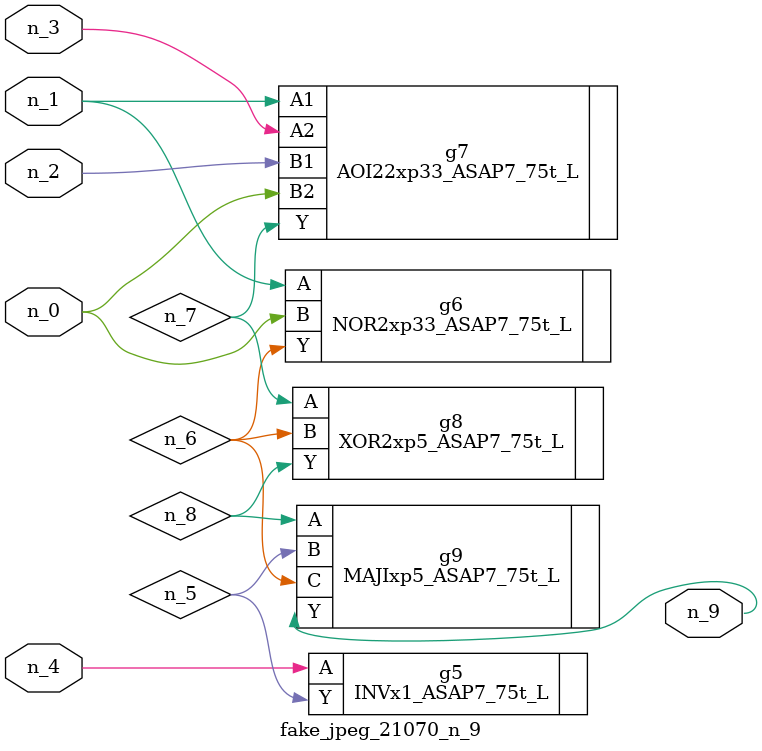
<source format=v>
module fake_jpeg_21070_n_9 (n_3, n_2, n_1, n_0, n_4, n_9);

input n_3;
input n_2;
input n_1;
input n_0;
input n_4;

output n_9;

wire n_8;
wire n_6;
wire n_5;
wire n_7;

INVx1_ASAP7_75t_L g5 ( 
.A(n_4),
.Y(n_5)
);

NOR2xp33_ASAP7_75t_L g6 ( 
.A(n_1),
.B(n_0),
.Y(n_6)
);

AOI22xp33_ASAP7_75t_L g7 ( 
.A1(n_1),
.A2(n_3),
.B1(n_2),
.B2(n_0),
.Y(n_7)
);

XOR2xp5_ASAP7_75t_L g8 ( 
.A(n_7),
.B(n_6),
.Y(n_8)
);

MAJIxp5_ASAP7_75t_L g9 ( 
.A(n_8),
.B(n_5),
.C(n_6),
.Y(n_9)
);


endmodule
</source>
